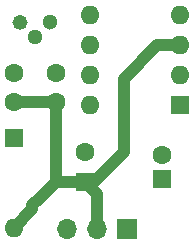
<source format=gtl>
%TF.GenerationSoftware,KiCad,Pcbnew,(5.1.7)-1*%
%TF.CreationDate,2022-01-04T17:04:23+01:00*%
%TF.ProjectId,psu-module-negative,7073752d-6d6f-4647-956c-652d6e656761,rev?*%
%TF.SameCoordinates,Original*%
%TF.FileFunction,Copper,L1,Top*%
%TF.FilePolarity,Positive*%
%FSLAX46Y46*%
G04 Gerber Fmt 4.6, Leading zero omitted, Abs format (unit mm)*
G04 Created by KiCad (PCBNEW (5.1.7)-1) date 2022-01-04 17:04:23*
%MOMM*%
%LPD*%
G01*
G04 APERTURE LIST*
%TA.AperFunction,ComponentPad*%
%ADD10R,1.600000X1.600000*%
%TD*%
%TA.AperFunction,ComponentPad*%
%ADD11O,1.600000X1.600000*%
%TD*%
%TA.AperFunction,ComponentPad*%
%ADD12C,1.600000*%
%TD*%
%TA.AperFunction,ComponentPad*%
%ADD13O,1.300000X1.300000*%
%TD*%
%TA.AperFunction,ComponentPad*%
%ADD14C,1.300000*%
%TD*%
%TA.AperFunction,ComponentPad*%
%ADD15R,1.700000X1.700000*%
%TD*%
%TA.AperFunction,ComponentPad*%
%ADD16O,1.700000X1.700000*%
%TD*%
%TA.AperFunction,Conductor*%
%ADD17C,1.000000*%
%TD*%
G04 APERTURE END LIST*
D10*
X16960000Y-18000000D03*
D11*
X16960000Y-25620000D03*
D12*
X20500000Y-12500000D03*
X20500000Y-15000000D03*
X16960000Y-12500000D03*
X16960000Y-15000000D03*
D13*
X18730000Y-9520000D03*
D14*
X20000000Y-8250000D03*
%TA.AperFunction,ComponentPad*%
G36*
G01*
X17919619Y-7790381D02*
X17919619Y-7790381D01*
G75*
G02*
X17919619Y-8709619I-459619J-459619D01*
G01*
X17919619Y-8709619D01*
G75*
G02*
X17000381Y-8709619I-459619J459619D01*
G01*
X17000381Y-8709619D01*
G75*
G02*
X17000381Y-7790381I459619J459619D01*
G01*
X17000381Y-7790381D01*
G75*
G02*
X17919619Y-7790381I459619J-459619D01*
G01*
G37*
%TD.AperFunction*%
D10*
X23000000Y-21750000D03*
D12*
X23000000Y-19250000D03*
D10*
X31000000Y-15250000D03*
D11*
X23380000Y-7630000D03*
X31000000Y-12710000D03*
X23380000Y-10170000D03*
X31000000Y-10170000D03*
X23380000Y-12710000D03*
X31000000Y-7630000D03*
X23380000Y-15250000D03*
D10*
X29500000Y-21500000D03*
D12*
X29500000Y-19500000D03*
D15*
X26540000Y-25750000D03*
D16*
X24000000Y-25750000D03*
X21460000Y-25750000D03*
D17*
X24000000Y-22750000D02*
X23000000Y-21750000D01*
X24000000Y-25750000D02*
X24000000Y-22750000D01*
X20500000Y-15000000D02*
X16960000Y-15000000D01*
X23000000Y-21750000D02*
X23750000Y-21750000D01*
X23750000Y-21750000D02*
X26250000Y-19250000D01*
X26250000Y-19250000D02*
X26250000Y-13000000D01*
X29080000Y-10170000D02*
X31000000Y-10170000D01*
X26250000Y-13000000D02*
X29080000Y-10170000D01*
X23000000Y-21750000D02*
X20500000Y-21750000D01*
X20500000Y-21750000D02*
X20500000Y-15000000D01*
X19170000Y-23080000D02*
X20500000Y-21750000D01*
X16960000Y-25620000D02*
X18500000Y-24080000D01*
X18500000Y-23750000D02*
X19170000Y-23080000D01*
X18500000Y-24080000D02*
X18500000Y-23750000D01*
M02*

</source>
